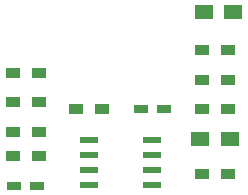
<source format=gtp>
G04 #@! TF.FileFunction,Paste,Top*
%FSLAX46Y46*%
G04 Gerber Fmt 4.6, Leading zero omitted, Abs format (unit mm)*
G04 Created by KiCad (PCBNEW 4.0.4-1.fc24-product) date Tue Jun 12 16:25:03 2018*
%MOMM*%
%LPD*%
G01*
G04 APERTURE LIST*
%ADD10C,0.100000*%
%ADD11R,1.200000X0.900000*%
%ADD12R,1.550000X0.600000*%
%ADD13R,1.500000X1.250000*%
%ADD14R,1.200000X0.750000*%
G04 APERTURE END LIST*
D10*
D11*
X158900000Y-87000000D03*
X161100000Y-87000000D03*
D12*
X154700000Y-87905000D03*
X154700000Y-86635000D03*
X154700000Y-85365000D03*
X154700000Y-84095000D03*
X149300000Y-84095000D03*
X149300000Y-85365000D03*
X149300000Y-86635000D03*
X149300000Y-87905000D03*
D11*
X142900000Y-85500000D03*
X145100000Y-85500000D03*
X142900000Y-83400000D03*
X145100000Y-83400000D03*
X142900000Y-80900000D03*
X145100000Y-80900000D03*
X142900000Y-78400000D03*
X145100000Y-78400000D03*
X161100000Y-81500000D03*
X158900000Y-81500000D03*
X158900000Y-76500000D03*
X161100000Y-76500000D03*
D13*
X158750000Y-84000000D03*
X161250000Y-84000000D03*
D11*
X158900000Y-79000000D03*
X161100000Y-79000000D03*
X148200000Y-81500000D03*
X150400000Y-81500000D03*
D13*
X159050000Y-73300000D03*
X161550000Y-73300000D03*
D14*
X144900000Y-88000000D03*
X143000000Y-88000000D03*
X153750000Y-81500000D03*
X155650000Y-81500000D03*
M02*

</source>
